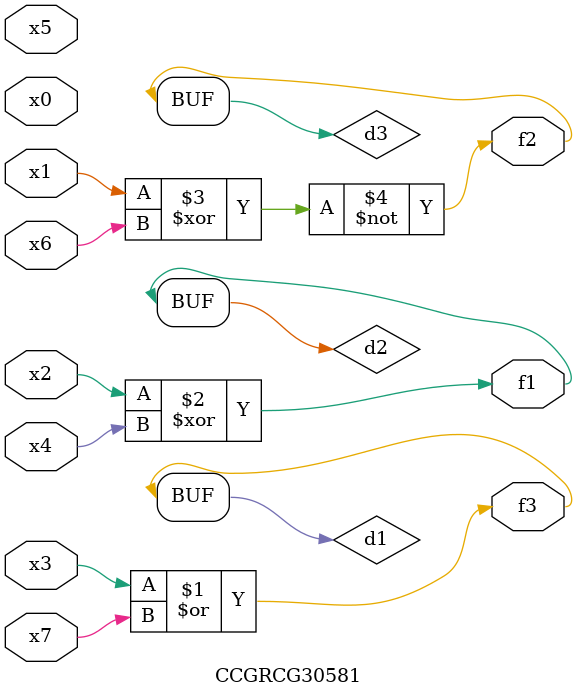
<source format=v>
module CCGRCG30581(
	input x0, x1, x2, x3, x4, x5, x6, x7,
	output f1, f2, f3
);

	wire d1, d2, d3;

	or (d1, x3, x7);
	xor (d2, x2, x4);
	xnor (d3, x1, x6);
	assign f1 = d2;
	assign f2 = d3;
	assign f3 = d1;
endmodule

</source>
